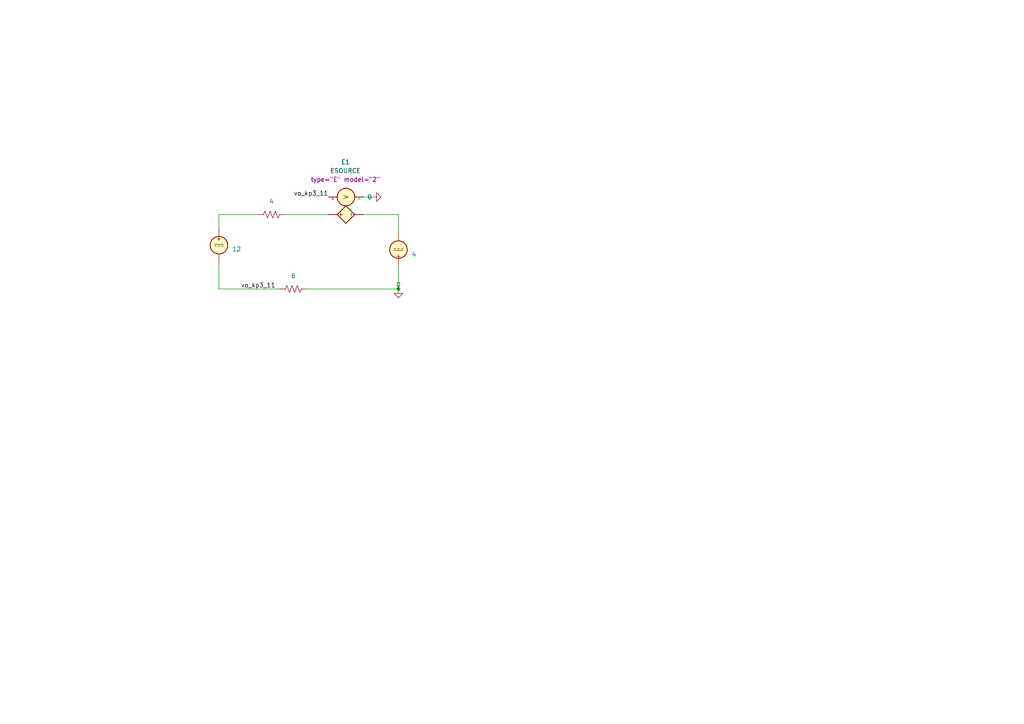
<source format=kicad_sch>
(kicad_sch (version 20250114) (generator "eeschema") (generator_version "9.0")
  (paper "A4")
  (lib_symbols
    (symbol "Device:R_US" (pin_numbers (hide yes)) (pin_names (offset 0))
      (property "Reference" "R" (at 2.54 0 90))
      (property "Value" "R_US" (at -2.54 0 90))
      (symbol "R_US_0_1"
        (polyline (pts (xy 0 2.286) (xy 0 2.54)))
        (polyline (pts (xy 0 2.286) (xy 1.016 1.905) (xy 0 1.524) (xy -1.016 1.143) (xy 0 0.762)))
        (polyline (pts (xy 0 0.762) (xy 1.016 0.381) (xy 0 0) (xy -1.016 -0.381) (xy 0 -0.762)))
        (polyline (pts (xy 0 -0.762) (xy 1.016 -1.143) (xy 0 -1.524) (xy -1.016 -1.905) (xy 0 -2.286)))
        (polyline (pts (xy 0 -2.286) (xy 0 -2.54)))
      )
      (symbol "R_US_1_1"
        (pin passive line (at 0 3.81 270) (length 1.27) (name "~") (number "1"))
        (pin passive line (at 0 -3.81 90) (length 1.27) (name "~") (number "2"))
      )
    )
    (symbol "R_US_1" (pin_numbers (hide yes)) (pin_names (offset 0))
      (property "Reference" "R" (at 2.54 0 90))
      (property "Value" "R_US" (at -2.54 0 90))
      (symbol "R_US_1_0_1"
        (polyline (pts (xy 0 2.286) (xy 0 2.54)))
        (polyline (pts (xy 0 2.286) (xy 1.016 1.905) (xy 0 1.524) (xy -1.016 1.143) (xy 0 0.762)))
        (polyline (pts (xy 0 0.762) (xy 1.016 0.381) (xy 0 0) (xy -1.016 -0.381) (xy 0 -0.762)))
        (polyline (pts (xy 0 -0.762) (xy 1.016 -1.143) (xy 0 -1.524) (xy -1.016 -1.905) (xy 0 -2.286)))
        (polyline (pts (xy 0 -2.286) (xy 0 -2.54)))
      )
      (symbol "R_US_1_1_1"
        (pin passive line (at 0 3.81 270) (length 1.27) (name "~") (number "1"))
        (pin passive line (at 0 -3.81 90) (length 1.27) (name "~") (number "2"))
      )
    )
    (symbol "Simulation_SPICE:0" (power) (pin_numbers (hide yes)) (pin_names (offset 0) (hide yes))
      (property "Value" "0" (at 0 -2.54 0))
      (symbol "0_0_1"
        (polyline (pts (xy -1.27 0) (xy 0 -1.27) (xy 1.27 0) (xy -1.27 0)))
      )
      (symbol "0_1_1"
        (pin power_in line (at 0 0 0) (length 0) (name "~") (number "1"))
      )
    )
    (symbol "Simulation_SPICE:ESOURCE" (pin_numbers (hide yes)) (pin_names (offset 1.016) (hide yes))
      (property "Reference" "E" (at 2.54 2.54 0))
      (property "Value" "ESOURCE" (at 2.54 0 0))
      (property "Sim.Params" "type=\"E\" model=\"1\"" (at 2.54 -2.54 0))
      (symbol "ESOURCE_0_1"
        (polyline (pts (xy 0 2.032) (xy 0 1.016)))
      )
      (symbol "ESOURCE_1_1"
        (circle (center -5.08 0) (radius 2.54) (stroke (width 0.254)) (fill (type background)))
        (polyline (pts (xy -4.826 3.81) (xy -4.318 3.81)))
        (polyline (pts (xy -4.826 -3.81) (xy -4.318 -3.81)))
        (polyline (pts (xy -4.572 4.064) (xy -4.572 3.556)))
        (polyline (pts (xy 0 2.54) (xy -2.54 0) (xy 0 -2.54) (xy 2.54 0) (xy 0 2.54)) (stroke (width 0.254)) (fill (type background)))
        (polyline (pts (xy 0.508 1.524) (xy -0.508 1.524)))
        (polyline (pts (xy 0.508 -1.524) (xy -0.508 -1.524)))
        (text "V" (at -5.08 0 0) (effects (font (size 1.27 1.27))))
        (pin input line (at -5.08 5.08 270) (length 2.54) (name "C+") (number "3"))
        (pin input line (at -5.08 -5.08 90) (length 2.54) (name "C-") (number "4"))
        (pin passive line (at 0 5.08 270) (length 2.54) (name "N+") (number "1"))
        (pin passive line (at 0 -5.08 90) (length 2.54) (name "N-") (number "2"))
      )
    )
    (symbol "Simulation_SPICE:VDC" (pin_numbers (hide yes)) (pin_names (offset 0.0254))
      (property "Reference" "V" (at 2.54 2.54 0))
      (property "Value" "1" (at 2.54 0 0))
      (symbol "VDC_0_0"
        (polyline (pts (xy -1.27 0.254) (xy 1.27 0.254)))
        (polyline (pts (xy -0.762 -0.254) (xy -1.27 -0.254)))
        (polyline (pts (xy 0.254 -0.254) (xy -0.254 -0.254)))
        (polyline (pts (xy 1.27 -0.254) (xy 0.762 -0.254)))
        (text "+" (at 0 1.905 0) (effects (font (size 1.27 1.27))))
      )
      (symbol "VDC_0_1"
        (circle (center 0 0) (radius 2.54) (stroke (width 0.254)) (fill (type background)))
      )
      (symbol "VDC_1_1"
        (pin passive line (at 0 5.08 270) (length 2.54) (name "~") (number "1"))
        (pin passive line (at 0 -5.08 90) (length 2.54) (name "~") (number "2"))
      )
    )
  )
  (junction (at 115.57 83.82))
  (wire (pts (xy 63.5 62.23) (xy 74.93 62.23)))
  (wire (pts (xy 115.57 62.23) (xy 115.57 67.31)))
  (wire (pts (xy 105.41 62.23) (xy 115.57 62.23)))
  (wire (pts (xy 63.5 83.82) (xy 63.5 76.2)))
  (wire (pts (xy 63.5 66.04) (xy 63.5 62.23)))
  (wire (pts (xy 105.41 57.15) (xy 109.22 57.15)))
  (wire (pts (xy 82.55 62.23) (xy 95.25 62.23)))
  (wire (pts (xy 88.9 83.82) (xy 115.57 83.82)))
  (wire (pts (xy 115.57 77.47) (xy 115.57 83.82)))
  (wire (pts (xy 81.28 83.82) (xy 63.5 83.82)))
  (wire (pts (xy 115.57 83.82) (xy 115.57 85.09)))
  (label "vo_kp3_11" (at 69.85 83.82 0))
  (label "vo_kp3_11" (at 95.25 57.15 180))
  (symbol (lib_id "Simulation_SPICE:0") (at 109.22 57.15 90) (unit 1)
    (property "Reference" "#GND012" (effects (hide yes)))
    (property "Value" "0" (at 107.95 57.1499 90) (effects (justify left)))
    (property "Datasheet" "https://ngspice.sourceforge.io/docs/ngspice-html-manual/manual.xhtml#subsec_Circuit_elements__device" (effects (hide yes)))
    (property "Description" "0V reference potential for simulation" (effects (hide yes)))
  )
  (symbol (lib_id "Simulation_SPICE:0") (at 115.57 85.09 0) (unit 1)
    (property "Reference" "#GND011" (effects (hide yes)))
    (property "Value" "0" (at 115.57 82.55 0))
    (property "Datasheet" "https://ngspice.sourceforge.io/docs/ngspice-html-manual/manual.xhtml#subsec_Circuit_elements__device" (effects (hide yes)))
    (property "Description" "0V reference potential for simulation" (effects (hide yes)))
  )
  (symbol (lib_name "R_US_1") (lib_id "Device:R_US") (at 85.09 83.82 90) (unit 1)
    (property "Reference" "R38" (effects (hide yes)))
    (property "Value" "6" (at 85.09 80.01 90))
    (property "Description" "Resistor, US symbol" (effects (hide yes)))
  )
  (symbol (lib_id "Device:R_US") (at 78.74 62.23 90) (unit 1)
    (property "Reference" "R37" (effects (hide yes)))
    (property "Value" "4" (at 78.74 58.42 90))
    (property "Description" "Resistor, US symbol" (effects (hide yes)))
  )
  (symbol (lib_id "Simulation_SPICE:ESOURCE") (at 100.33 62.23 90) (mirror x) (unit 1)
    (property "Reference" "E1" (at 100.203 46.99 90))
    (property "Value" "ESOURCE" (at 100.203 49.53 90))
    (property "Datasheet" "https://ngspice.sourceforge.io/docs/ngspice-html-manual/manual.xhtml#subsec_Exxxx__Linear_Voltage_Controlled" (effects (hide yes)))
    (property "Description" "Voltage-controlled voltage source symbol for simulation only" (effects (hide yes)))
    (property "Sim.Device" "SPICE" (effects (hide yes)))
    (property "Sim.Params" "type=\"E\" model=\"2\"" (at 100.203 52.07 90))
  )
  (symbol (lib_id "Simulation_SPICE:VDC") (at 63.5 71.12 0) (unit 1)
    (property "Reference" "V13" (effects (hide yes)))
    (property "Value" "12" (at 67.31 72.2601 0) (effects (justify left)))
    (property "Datasheet" "https://ngspice.sourceforge.io/docs/ngspice-html-manual/manual.xhtml#sec_Independent_Sources_for" (effects (hide yes)))
    (property "Description" "Voltage source, DC" (effects (hide yes)))
    (property "Sim.Pins" "1=+ 2=-" (effects (hide yes)))
    (property "Sim.Type" "DC" (effects (hide yes)))
    (property "Sim.Device" "V" (effects (hide yes)))
  )
  (symbol (lib_id "Simulation_SPICE:VDC") (at 115.57 72.39 180) (unit 1)
    (property "Reference" "V14" (effects (hide yes)))
    (property "Value" "4" (at 119.38 73.7897 0) (effects (justify right)))
    (property "Datasheet" "https://ngspice.sourceforge.io/docs/ngspice-html-manual/manual.xhtml#sec_Independent_Sources_for" (effects (hide yes)))
    (property "Description" "Voltage source, DC" (effects (hide yes)))
    (property "Sim.Pins" "1=+ 2=-" (effects (hide yes)))
    (property "Sim.Type" "DC" (effects (hide yes)))
    (property "Sim.Device" "V" (effects (hide yes)))
  )
)
</source>
